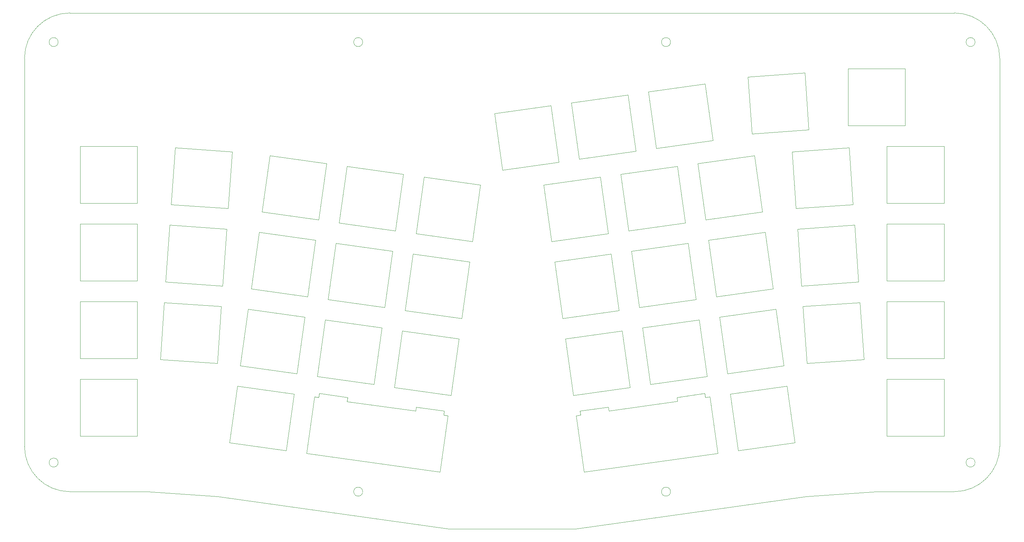
<source format=gbr>
G04 #@! TF.GenerationSoftware,KiCad,Pcbnew,(5.1.4)-1*
G04 #@! TF.CreationDate,2021-09-16T18:49:45-10:00*
G04 #@! TF.ProjectId,oya38split,6f796133-3873-4706-9c69-742e6b696361,rev?*
G04 #@! TF.SameCoordinates,Original*
G04 #@! TF.FileFunction,Profile,NP*
%FSLAX46Y46*%
G04 Gerber Fmt 4.6, Leading zero omitted, Abs format (unit mm)*
G04 Created by KiCad (PCBNEW (5.1.4)-1) date 2021-09-16 18:49:45*
%MOMM*%
%LPD*%
G04 APERTURE LIST*
%ADD10C,0.050000*%
G04 APERTURE END LIST*
D10*
X194775000Y-134937500D02*
G75*
G03X194775000Y-134937500I-1100000J0D01*
G01*
X119368750Y-134937500D02*
G75*
G03X119368750Y-134937500I-1100000J0D01*
G01*
X194775000Y-24606250D02*
G75*
G03X194775000Y-24606250I-1100000J0D01*
G01*
X119368750Y-24606250D02*
G75*
G03X119368750Y-24606250I-1100000J0D01*
G01*
X269387500Y-24606250D02*
G75*
G03X269387500Y-24606250I-1100000J0D01*
G01*
X269387500Y-127793750D02*
G75*
G03X269387500Y-127793750I-1100000J0D01*
G01*
X44756250Y-127793750D02*
G75*
G03X44756250Y-127793750I-1100000J0D01*
G01*
X44756250Y-24606250D02*
G75*
G03X44756250Y-24606250I-1100000J0D01*
G01*
X86052494Y-70499097D02*
X85075903Y-84464994D01*
X275431250Y-28575000D02*
X275431250Y-123825000D01*
X107842105Y-73240034D02*
X105893682Y-87103787D01*
X64148750Y-64148750D02*
X50150000Y-64150000D01*
X36512500Y-28575000D02*
X36512500Y-123825000D01*
X93978352Y-71291611D02*
X107842105Y-73240034D01*
X110493353Y-54375427D02*
X108544930Y-68239180D01*
X129357959Y-57026675D02*
X127409536Y-70890428D01*
X50150000Y-64150000D02*
X50150000Y-50151250D01*
X108544930Y-68239180D02*
X94681177Y-66290757D01*
X96629600Y-52427004D02*
X110493353Y-54375427D01*
X72086597Y-69522506D02*
X86052494Y-70499097D01*
X72438867Y-64484808D02*
X73415458Y-50518911D01*
X127409536Y-70890428D02*
X113545783Y-68942005D01*
X86404764Y-65461399D02*
X72438867Y-64484808D01*
X64150000Y-69200000D02*
X64150000Y-83200000D01*
X112842958Y-73942858D02*
X126706711Y-75891281D01*
X87381355Y-51495502D02*
X86404764Y-65461399D01*
X113545783Y-68942005D02*
X115494206Y-55078252D01*
X146274143Y-73541675D02*
X132410390Y-71593252D01*
X50150000Y-69200000D02*
X64150000Y-69200000D01*
X92029929Y-85155364D02*
X93978352Y-71291611D01*
X148222566Y-59677922D02*
X146274143Y-73541675D01*
X64150000Y-50151250D02*
X64148750Y-64148750D01*
X73415458Y-50518911D02*
X87381355Y-51495502D01*
X71110006Y-83488403D02*
X72086597Y-69522506D01*
X85075903Y-84464994D02*
X71110006Y-83488403D01*
X132410390Y-71593252D02*
X134358813Y-57729499D01*
X64150000Y-83200000D02*
X50150000Y-83200000D01*
X94681177Y-66290757D02*
X96629600Y-52427004D01*
X105893682Y-87103787D02*
X92029929Y-85155364D01*
X50150000Y-83200000D02*
X50150000Y-69200000D01*
X134358813Y-57729499D02*
X148222566Y-59677922D01*
X115494206Y-55078252D02*
X129357959Y-57026675D01*
X50150000Y-50151250D02*
X64150000Y-50151250D01*
X203326865Y-111823353D02*
X203187692Y-110833085D01*
X275431250Y-123825000D02*
G75*
G02X264318750Y-134937500I-11112500J0D01*
G01*
X196341968Y-111795189D02*
X196481142Y-112785457D01*
X203187692Y-110833085D02*
X196341968Y-111795189D01*
X204403285Y-111672072D02*
X206351709Y-125535827D01*
X171674925Y-116271743D02*
X172751347Y-116120462D01*
X132485853Y-114168090D02*
X132346679Y-115158358D01*
X139331576Y-115130193D02*
X132485853Y-114168090D01*
X115687936Y-111807297D02*
X108756059Y-110833086D01*
X264318750Y-17462500D02*
G75*
G02X275431250Y-28575000I0J-11112500D01*
G01*
X108616886Y-111823354D02*
X108756059Y-110833086D01*
X179683225Y-115146250D02*
X179544051Y-114155982D01*
X179544051Y-114155982D02*
X172612175Y-115130194D01*
X203230600Y-34888021D02*
X205179023Y-48751774D01*
X186314416Y-51403022D02*
X172450663Y-53351445D01*
X83875595Y-136146093D02*
X66675000Y-134937500D01*
X228068155Y-136146093D02*
X171474335Y-144099835D01*
X115548762Y-112797565D02*
X115687936Y-111807297D01*
X140469415Y-144099835D02*
X83875595Y-136146093D01*
X107540464Y-111672072D02*
X108616886Y-111823354D01*
X179683225Y-115146250D02*
X196481142Y-112785457D01*
X264318750Y-134937500D02*
X245268750Y-134937500D01*
X105592041Y-125535825D02*
X138320400Y-130135496D01*
X203326865Y-111823353D02*
X204403285Y-111672072D01*
X139192402Y-116120461D02*
X139331576Y-115130193D01*
X172751347Y-116120462D02*
X172612175Y-115130194D01*
X189366847Y-36836444D02*
X203230600Y-34888021D01*
X245268750Y-134937500D02*
X228068155Y-136146093D01*
X36512500Y-28575000D02*
G75*
G02X47625000Y-17462500I11112500J0D01*
G01*
X47625000Y-134937500D02*
G75*
G02X36512500Y-123825000I0J11112500D01*
G01*
X205179023Y-48751774D02*
X191315270Y-50700197D01*
X172450663Y-53351445D02*
X170502240Y-39487692D01*
X184365993Y-37539269D02*
X186314416Y-51403022D01*
X47625000Y-134937500D02*
X66675000Y-134937500D01*
X206351709Y-125535827D02*
X173623350Y-130135496D01*
X170502240Y-39487692D02*
X184365993Y-37539269D01*
X171474335Y-144099835D02*
X140469415Y-144099835D01*
X191315270Y-50700197D02*
X189366847Y-36836444D01*
X173623350Y-130135496D02*
X171674925Y-116271743D01*
X242162605Y-102491998D02*
X228196708Y-103468589D01*
X247793750Y-83200000D02*
X247793750Y-69201250D01*
X239504883Y-64484808D02*
X225538986Y-65461399D01*
X247793750Y-102250000D02*
X247793750Y-88251250D01*
X238528292Y-50518911D02*
X239504883Y-64484808D01*
X261792500Y-64148750D02*
X247793750Y-64150000D01*
X182887432Y-95458713D02*
X184835855Y-109322466D01*
X206752893Y-92104641D02*
X220616646Y-90156218D01*
X169023679Y-97407136D02*
X182887432Y-95458713D01*
X219913821Y-85155364D02*
X206050068Y-87103787D01*
X247793750Y-121300000D02*
X247793750Y-107301250D01*
X206050068Y-87103787D02*
X204101645Y-73240034D01*
X261793750Y-69201250D02*
X261792500Y-83198750D01*
X217965398Y-71291611D02*
X219913821Y-85155364D01*
X227697634Y-32179746D02*
X228674225Y-46145643D01*
X225216316Y-122884578D02*
X211352563Y-124833001D01*
X201049215Y-87806611D02*
X187185462Y-89755034D01*
X204101645Y-73240034D02*
X217965398Y-71291611D01*
X264318750Y-17462500D02*
X47625000Y-17462500D01*
X238268750Y-31101250D02*
X252268750Y-31101250D01*
X261792500Y-102248750D02*
X247793750Y-102248750D01*
X247793750Y-50151250D02*
X261793750Y-50151250D01*
X225538986Y-65461399D02*
X224562395Y-51495502D01*
X240833744Y-83488403D02*
X226867847Y-84464994D01*
X189836708Y-108619642D02*
X187888285Y-94755889D01*
X228674225Y-46145643D02*
X214708328Y-47122234D01*
X247793750Y-107301250D02*
X261793750Y-107301250D01*
X241186014Y-88526101D02*
X242162605Y-102491998D01*
X153586056Y-56002693D02*
X151637633Y-42138940D01*
X201752038Y-92807466D02*
X203700461Y-106671219D01*
X214708328Y-47122234D02*
X213731737Y-33156337D01*
X247793750Y-64150000D02*
X247793750Y-50151250D01*
X239857153Y-69522506D02*
X240833744Y-83488403D01*
X261793750Y-107301250D02*
X261792500Y-121298750D01*
X225891256Y-70499097D02*
X239857153Y-69522506D01*
X223267893Y-109020825D02*
X225216316Y-122884578D01*
X247793750Y-88251250D02*
X261793750Y-88251250D01*
X252267500Y-45098750D02*
X238268750Y-45098750D01*
X209404140Y-110969248D02*
X223267893Y-109020825D01*
X211352563Y-124833001D02*
X209404140Y-110969248D01*
X222565069Y-104019971D02*
X208701316Y-105968394D01*
X115548762Y-112797565D02*
X132346679Y-115158358D01*
X247793750Y-69201250D02*
X261793750Y-69201250D01*
X261792500Y-83198750D02*
X247793750Y-83198750D01*
X213731737Y-33156337D02*
X227697634Y-32179746D01*
X226867847Y-84464994D02*
X225891256Y-70499097D01*
X224562395Y-51495502D02*
X238528292Y-50518911D01*
X261792500Y-121298750D02*
X247793750Y-121298750D01*
X227220117Y-89502692D02*
X241186014Y-88526101D01*
X220616646Y-90156218D02*
X222565069Y-104019971D01*
X228196708Y-103468589D02*
X227220117Y-89502692D01*
X167449809Y-54054270D02*
X153586056Y-56002693D01*
X203700461Y-106671219D02*
X189836708Y-108619642D01*
X187888285Y-94755889D02*
X201752038Y-92807466D01*
X184835855Y-109322466D02*
X170972102Y-111270889D01*
X252268750Y-31101250D02*
X252267500Y-45098750D01*
X261793750Y-88251250D02*
X261792500Y-102248750D01*
X151637633Y-42138940D02*
X165501386Y-40190517D01*
X208701316Y-105968394D02*
X206752893Y-92104641D01*
X165501386Y-40190517D02*
X167449809Y-54054270D01*
X170972102Y-111270889D02*
X169023679Y-97407136D01*
X238268750Y-45100000D02*
X238268750Y-31101250D01*
X261793750Y-50151250D02*
X261792500Y-64148750D01*
X142920071Y-97407136D02*
X140971648Y-111270889D01*
X108243289Y-106671219D02*
X110191712Y-92807466D01*
X187185462Y-89755034D02*
X185237039Y-75891281D01*
X131707566Y-76594106D02*
X145571319Y-78542529D01*
X110894535Y-87806611D02*
X112842958Y-73942858D01*
X143622896Y-92406282D02*
X129759143Y-90457859D01*
X88675857Y-109020825D02*
X102539610Y-110969248D01*
X140971648Y-111270889D02*
X127107895Y-109322466D01*
X110191712Y-92807466D02*
X124055465Y-94755889D01*
X129759143Y-90457859D02*
X131707566Y-76594106D01*
X124758288Y-89755034D02*
X110894535Y-87806611D01*
X126706711Y-75891281D02*
X124758288Y-89755034D01*
X203398820Y-68239180D02*
X201450397Y-54375427D01*
X217262573Y-66290757D02*
X203398820Y-68239180D01*
X180236184Y-76594106D02*
X182184607Y-90457859D01*
X184534214Y-70890428D02*
X182585791Y-57026675D01*
X196449544Y-55078252D02*
X198397967Y-68942005D01*
X84723633Y-89502692D02*
X83747042Y-103468589D01*
X140268823Y-116271743D02*
X138320400Y-130135496D01*
X103242434Y-105968394D02*
X89378681Y-104019971D01*
X100591187Y-124833001D02*
X86727434Y-122884578D01*
X199100792Y-73942858D02*
X201049215Y-87806611D01*
X201450397Y-54375427D02*
X215314150Y-52427004D01*
X50150000Y-121300000D02*
X50150000Y-107300000D01*
X70757736Y-88526101D02*
X84723633Y-89502692D01*
X127107895Y-109322466D02*
X129056318Y-95458713D01*
X129056318Y-95458713D02*
X142920071Y-97407136D01*
X124055465Y-94755889D02*
X122107042Y-108619642D01*
X182184607Y-90457859D02*
X168320854Y-92406282D01*
X177584937Y-57729499D02*
X179533360Y-71593252D01*
X182585791Y-57026675D02*
X196449544Y-55078252D01*
X64150000Y-88250000D02*
X64150000Y-102250000D01*
X198397967Y-68942005D02*
X184534214Y-70890428D01*
X50150000Y-88250000D02*
X64150000Y-88250000D01*
X69781145Y-102491998D02*
X70757736Y-88526101D01*
X102539610Y-110969248D02*
X100591187Y-124833001D01*
X165669607Y-73541675D02*
X163721184Y-59677922D01*
X215314150Y-52427004D02*
X217262573Y-66290757D01*
X50150000Y-107300000D02*
X64150000Y-107300000D01*
X185237039Y-75891281D02*
X199100792Y-73942858D01*
X64150000Y-102250000D02*
X50150000Y-102250000D01*
X139192402Y-116120461D02*
X140268823Y-116271743D01*
X122107042Y-108619642D02*
X108243289Y-106671219D01*
X64150000Y-121300000D02*
X50150000Y-121300000D01*
X163721184Y-59677922D02*
X177584937Y-57729499D01*
X168320854Y-92406282D02*
X166372431Y-78542529D01*
X89378681Y-104019971D02*
X91327104Y-90156218D01*
X86727434Y-122884578D02*
X88675857Y-109020825D01*
X50150000Y-102250000D02*
X50150000Y-88250000D01*
X179533360Y-71593252D02*
X165669607Y-73541675D01*
X83747042Y-103468589D02*
X69781145Y-102491998D01*
X166372431Y-78542529D02*
X180236184Y-76594106D01*
X105190857Y-92104641D02*
X103242434Y-105968394D01*
X91327104Y-90156218D02*
X105190857Y-92104641D01*
X105592041Y-125535825D02*
X107540464Y-111672072D01*
X145571319Y-78542529D02*
X143622896Y-92406282D01*
X64150000Y-107300000D02*
X64150000Y-121300000D01*
M02*

</source>
